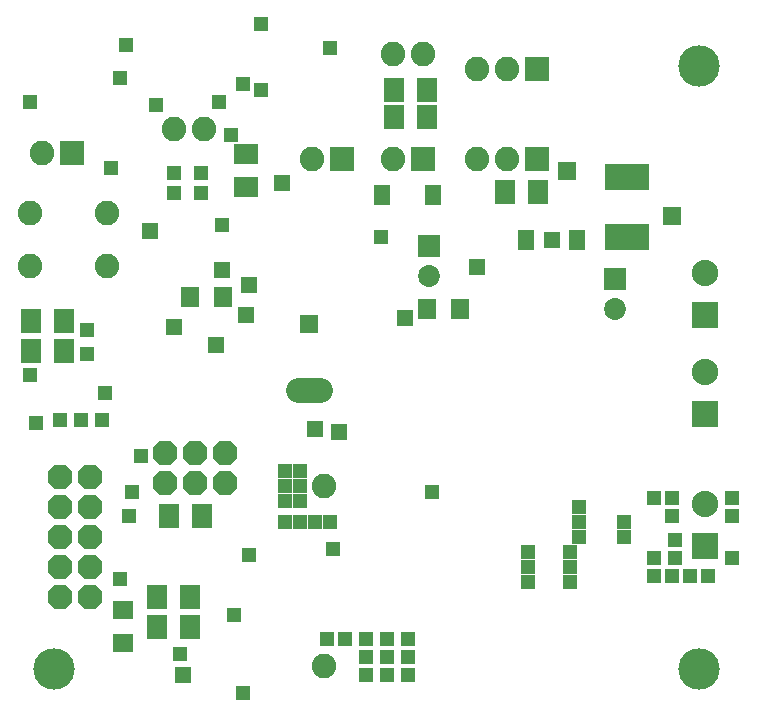
<source format=gbs>
G75*
%MOIN*%
%OFA0B0*%
%FSLAX24Y24*%
%IPPOS*%
%LPD*%
%AMOC8*
5,1,8,0,0,1.08239X$1,22.5*
%
%ADD10R,0.0880X0.0880*%
%ADD11C,0.0880*%
%ADD12R,0.0710X0.0789*%
%ADD13C,0.1380*%
%ADD14C,0.0820*%
%ADD15OC8,0.0820*%
%ADD16R,0.0631X0.0710*%
%ADD17R,0.0789X0.0710*%
%ADD18R,0.0710X0.0631*%
%ADD19R,0.0580X0.0659*%
%ADD20R,0.0820X0.0820*%
%ADD21R,0.1480X0.0880*%
%ADD22C,0.0730*%
%ADD23R,0.0730X0.0730*%
%ADD24R,0.0474X0.0513*%
%ADD25C,0.0820*%
%ADD26R,0.0476X0.0476*%
%ADD27R,0.0611X0.0611*%
%ADD28R,0.0555X0.0555*%
%ADD29R,0.0516X0.0516*%
D10*
X023300Y006100D03*
X023300Y010500D03*
X023300Y013800D03*
D11*
X023300Y015178D03*
X023300Y011878D03*
X023300Y007478D03*
D12*
X017751Y017900D03*
X016649Y017900D03*
X014051Y020400D03*
X014051Y021300D03*
X012949Y021300D03*
X012949Y020400D03*
X001951Y013600D03*
X001951Y012600D03*
X000849Y012600D03*
X000849Y013600D03*
X005449Y007100D03*
X006551Y007100D03*
X006151Y004400D03*
X005049Y004400D03*
X005049Y003400D03*
X006151Y003400D03*
D13*
X001600Y002000D03*
X023100Y002000D03*
X023100Y022100D03*
D14*
X016700Y022000D03*
X015700Y022000D03*
X013900Y022500D03*
X012900Y022500D03*
X012900Y019000D03*
X010200Y019000D03*
X006600Y020000D03*
X005600Y020000D03*
X003380Y017190D03*
X003380Y015410D03*
X000820Y015410D03*
X000820Y017190D03*
X001200Y019200D03*
X010600Y008100D03*
X010600Y002100D03*
X015700Y019000D03*
X016700Y019000D03*
D15*
X007300Y009200D03*
X007300Y008200D03*
X006300Y008200D03*
X006300Y009200D03*
X005300Y009200D03*
X005300Y008200D03*
X002800Y008400D03*
X002800Y007400D03*
X002800Y006400D03*
X002800Y005400D03*
X002800Y004400D03*
X001800Y004400D03*
X001800Y005400D03*
X001800Y006400D03*
X001800Y007400D03*
X001800Y008400D03*
D16*
X006149Y014400D03*
X007251Y014400D03*
X014049Y014000D03*
X015151Y014000D03*
D17*
X008000Y018049D03*
X008000Y019151D03*
D18*
X003900Y003951D03*
X003900Y002849D03*
D19*
X017354Y016300D03*
X019046Y016300D03*
X014246Y017800D03*
X012554Y017800D03*
D20*
X013900Y019000D03*
X011200Y019000D03*
X017700Y019000D03*
X017700Y022000D03*
X002200Y019200D03*
D21*
X020700Y018400D03*
X020700Y016400D03*
D22*
X020300Y014000D03*
X014100Y015100D03*
D23*
X014100Y016100D03*
X020300Y015000D03*
D24*
X006500Y017865D03*
X006500Y018535D03*
X005600Y018535D03*
X005600Y017865D03*
D25*
X009730Y011300D02*
X010470Y011300D01*
D26*
X009800Y008600D03*
X009800Y008100D03*
X009800Y007600D03*
X009300Y007600D03*
X009300Y008100D03*
X009300Y008600D03*
X009300Y006900D03*
X009800Y006900D03*
X010300Y006900D03*
X010800Y006900D03*
X010900Y006000D03*
X008100Y005800D03*
X007600Y003800D03*
X005800Y002500D03*
X007900Y001200D03*
X010700Y003000D03*
X011300Y003000D03*
X012000Y003000D03*
X012000Y002400D03*
X012000Y001800D03*
X012700Y001800D03*
X012700Y002400D03*
X012700Y003000D03*
X013400Y003000D03*
X013400Y002400D03*
X013400Y001800D03*
X017400Y004900D03*
X017400Y005400D03*
X017400Y005900D03*
X018800Y005900D03*
X018800Y005400D03*
X018800Y004900D03*
X019100Y006400D03*
X019100Y006900D03*
X019100Y007400D03*
X020600Y006900D03*
X020600Y006400D03*
X021600Y005700D03*
X022300Y005700D03*
X022300Y006300D03*
X022200Y007100D03*
X022200Y007700D03*
X021600Y007700D03*
X024200Y007700D03*
X024200Y007100D03*
X024200Y005700D03*
X023400Y005100D03*
X022800Y005100D03*
X022200Y005100D03*
X021600Y005100D03*
X014200Y007900D03*
X003800Y005000D03*
X003500Y018700D03*
X005000Y020800D03*
X003800Y021700D03*
X004000Y022800D03*
X000800Y020900D03*
X007100Y020900D03*
X007900Y021500D03*
X008500Y021300D03*
X007500Y019800D03*
X010800Y022700D03*
X008500Y023500D03*
D27*
X010100Y013500D03*
X018700Y018600D03*
X022200Y017100D03*
D28*
X018200Y016300D03*
X015700Y015400D03*
X013300Y013700D03*
X010300Y010000D03*
X011100Y009900D03*
X008000Y013800D03*
X008100Y014800D03*
X007200Y015300D03*
X005600Y013400D03*
X007000Y012800D03*
X004800Y016600D03*
X009200Y018200D03*
X005900Y001800D03*
D29*
X004100Y007100D03*
X004200Y007900D03*
X004500Y009100D03*
X003200Y010300D03*
X002500Y010300D03*
X001800Y010300D03*
X001000Y010200D03*
X000800Y011800D03*
X002700Y012500D03*
X002700Y013300D03*
X003300Y011200D03*
X007200Y016800D03*
X012500Y016400D03*
M02*

</source>
